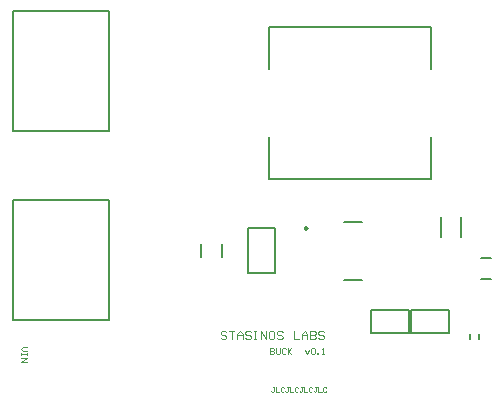
<source format=gto>
G04*
G04 #@! TF.GenerationSoftware,Altium Limited,Altium Designer,21.2.2 (38)*
G04*
G04 Layer_Color=65535*
%FSLAX25Y25*%
%MOIN*%
G70*
G04*
G04 #@! TF.SameCoordinates,A6081B22-79F4-4FF1-9526-7A4968917333*
G04*
G04*
G04 #@! TF.FilePolarity,Positive*
G04*
G01*
G75*
%ADD10C,0.00984*%
%ADD11C,0.00787*%
%ADD12C,0.00394*%
D10*
X99705Y57697D02*
X98966Y58123D01*
Y57271D01*
X99705Y57697D01*
D11*
X1771Y90237D02*
X33661D01*
X1771Y130236D02*
X33661D01*
X1771Y90237D02*
Y130236D01*
X33661Y90237D02*
Y130236D01*
X112205Y59842D02*
X118110D01*
X112205Y40551D02*
X118110D01*
X87205Y74016D02*
X141142D01*
X87205Y110630D02*
Y124803D01*
Y74016D02*
Y88189D01*
Y124803D02*
X141142D01*
Y110630D02*
Y124803D01*
Y74016D02*
Y88189D01*
X150984Y54724D02*
Y61417D01*
X144291Y54724D02*
Y61417D01*
X80146Y42697D02*
Y57697D01*
Y42697D02*
X89146D01*
Y57697D01*
X80146D02*
X89146D01*
X154134Y20866D02*
Y22441D01*
X156890Y20866D02*
Y22441D01*
X134350Y22638D02*
Y30512D01*
X146949D01*
Y22638D02*
Y30512D01*
X134350Y22638D02*
X146949D01*
X120965Y22638D02*
Y30512D01*
X133563D01*
Y22638D02*
Y30512D01*
X120965Y22638D02*
X133563D01*
X157781Y47752D02*
X161117D01*
X157781Y40830D02*
X161117D01*
X1771Y27244D02*
X33661D01*
X1771Y67244D02*
X33661D01*
X1771Y27244D02*
Y67244D01*
X33661Y27244D02*
Y67244D01*
X71457Y48130D02*
Y52264D01*
X64370Y48130D02*
Y52264D01*
D12*
X88845Y4724D02*
X88320D01*
X88582D01*
Y3412D01*
X88320Y3150D01*
X88058D01*
X87795Y3412D01*
X89370Y4724D02*
Y3150D01*
X90419D01*
X91993Y4462D02*
X91731Y4724D01*
X91206D01*
X90944Y4462D01*
Y3412D01*
X91206Y3150D01*
X91731D01*
X91993Y3412D01*
X93568Y4724D02*
X93043D01*
X93305D01*
Y3412D01*
X93043Y3150D01*
X92781D01*
X92518Y3412D01*
X94092Y4724D02*
Y3150D01*
X95142D01*
X96716Y4462D02*
X96454Y4724D01*
X95929D01*
X95667Y4462D01*
Y3412D01*
X95929Y3150D01*
X96454D01*
X96716Y3412D01*
X98290Y4724D02*
X97766D01*
X98028D01*
Y3412D01*
X97766Y3150D01*
X97503D01*
X97241Y3412D01*
X98815Y4724D02*
Y3150D01*
X99865D01*
X101439Y4462D02*
X101177Y4724D01*
X100652D01*
X100390Y4462D01*
Y3412D01*
X100652Y3150D01*
X101177D01*
X101439Y3412D01*
X103013Y4724D02*
X102489D01*
X102751D01*
Y3412D01*
X102489Y3150D01*
X102226D01*
X101964Y3412D01*
X103538Y4724D02*
Y3150D01*
X104588D01*
X106162Y4462D02*
X105900Y4724D01*
X105375D01*
X105113Y4462D01*
Y3412D01*
X105375Y3150D01*
X105900D01*
X106162Y3412D01*
X6299Y18110D02*
X4987D01*
X4331Y17454D01*
X4987Y16798D01*
X6299D01*
Y16142D02*
Y15486D01*
Y15814D01*
X4331D01*
Y16142D01*
Y15486D01*
Y14502D02*
X6299D01*
X4331Y13191D01*
X6299D01*
X87303Y17814D02*
Y15846D01*
X88287D01*
X88615Y16174D01*
Y16502D01*
X88287Y16830D01*
X87303D01*
X88287D01*
X88615Y17158D01*
Y17486D01*
X88287Y17814D01*
X87303D01*
X89271D02*
Y16174D01*
X89599Y15846D01*
X90255D01*
X90583Y16174D01*
Y17814D01*
X92551Y17486D02*
X92223Y17814D01*
X91567D01*
X91239Y17486D01*
Y16174D01*
X91567Y15846D01*
X92223D01*
X92551Y16174D01*
X93207Y17814D02*
Y15846D01*
Y16502D01*
X94519Y17814D01*
X93535Y16830D01*
X94519Y15846D01*
X99110Y17158D02*
X99766Y15846D01*
X100422Y17158D01*
X101078Y17486D02*
X101406Y17814D01*
X102062D01*
X102390Y17486D01*
Y16174D01*
X102062Y15846D01*
X101406D01*
X101078Y16174D01*
Y17486D01*
X103046Y15846D02*
Y16174D01*
X103374D01*
Y15846D01*
X103046D01*
X104686D02*
X105342D01*
X105014D01*
Y17814D01*
X104686Y17486D01*
X72741Y22965D02*
X72282Y23424D01*
X71363D01*
X70904Y22965D01*
Y22506D01*
X71363Y22047D01*
X72282D01*
X72741Y21588D01*
Y21128D01*
X72282Y20669D01*
X71363D01*
X70904Y21128D01*
X73659Y23424D02*
X75496D01*
X74577D01*
Y20669D01*
X76414D02*
Y22506D01*
X77333Y23424D01*
X78251Y22506D01*
Y20669D01*
Y22047D01*
X76414D01*
X81006Y22965D02*
X80547Y23424D01*
X79628D01*
X79169Y22965D01*
Y22506D01*
X79628Y22047D01*
X80547D01*
X81006Y21588D01*
Y21128D01*
X80547Y20669D01*
X79628D01*
X79169Y21128D01*
X81924Y23424D02*
X82843D01*
X82383D01*
Y20669D01*
X81924D01*
X82843D01*
X84220D02*
Y23424D01*
X86057Y20669D01*
Y23424D01*
X88353D02*
X87434D01*
X86975Y22965D01*
Y21128D01*
X87434Y20669D01*
X88353D01*
X88812Y21128D01*
Y22965D01*
X88353Y23424D01*
X91567Y22965D02*
X91108Y23424D01*
X90189D01*
X89730Y22965D01*
Y22506D01*
X90189Y22047D01*
X91108D01*
X91567Y21588D01*
Y21128D01*
X91108Y20669D01*
X90189D01*
X89730Y21128D01*
X95240Y23424D02*
Y20669D01*
X97077D01*
X97995D02*
Y22506D01*
X98914Y23424D01*
X99832Y22506D01*
Y20669D01*
Y22047D01*
X97995D01*
X100750Y23424D02*
Y20669D01*
X102128D01*
X102587Y21128D01*
Y21588D01*
X102128Y22047D01*
X100750D01*
X102128D01*
X102587Y22506D01*
Y22965D01*
X102128Y23424D01*
X100750D01*
X105342Y22965D02*
X104883Y23424D01*
X103964D01*
X103505Y22965D01*
Y22506D01*
X103964Y22047D01*
X104883D01*
X105342Y21588D01*
Y21128D01*
X104883Y20669D01*
X103964D01*
X103505Y21128D01*
M02*

</source>
